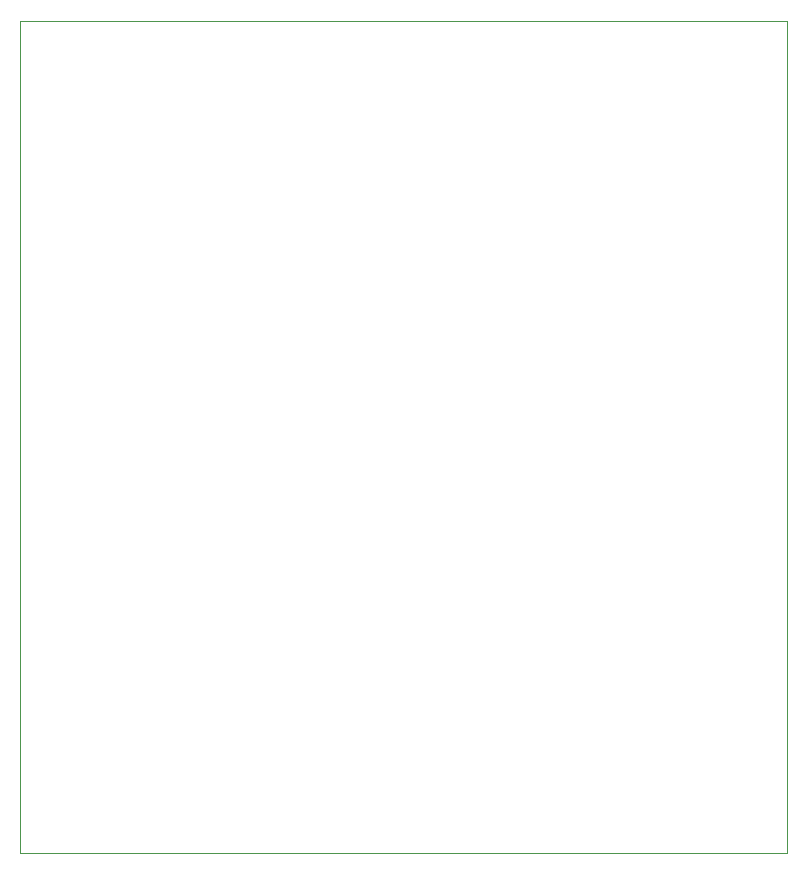
<source format=gm1>
G04 #@! TF.GenerationSoftware,KiCad,Pcbnew,8.0.1*
G04 #@! TF.CreationDate,2024-07-26T15:20:18+05:00*
G04 #@! TF.ProjectId,Life_pedal,4c696665-5f70-4656-9461-6c2e6b696361,rev?*
G04 #@! TF.SameCoordinates,Original*
G04 #@! TF.FileFunction,Profile,NP*
%FSLAX46Y46*%
G04 Gerber Fmt 4.6, Leading zero omitted, Abs format (unit mm)*
G04 Created by KiCad (PCBNEW 8.0.1) date 2024-07-26 15:20:18*
%MOMM*%
%LPD*%
G01*
G04 APERTURE LIST*
G04 #@! TA.AperFunction,Profile*
%ADD10C,0.050000*%
G04 #@! TD*
G04 APERTURE END LIST*
D10*
X115800000Y-34400000D02*
X180800000Y-34400000D01*
X180800000Y-104800000D01*
X115800000Y-104800000D01*
X115800000Y-34400000D01*
M02*

</source>
